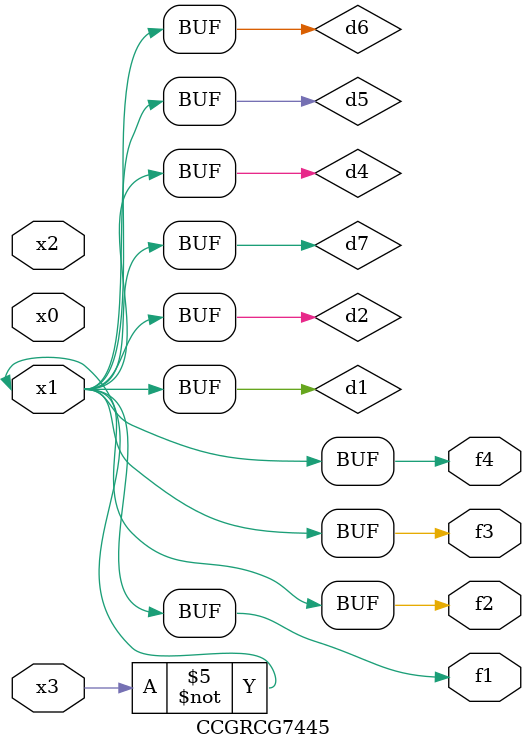
<source format=v>
module CCGRCG7445(
	input x0, x1, x2, x3,
	output f1, f2, f3, f4
);

	wire d1, d2, d3, d4, d5, d6, d7;

	not (d1, x3);
	buf (d2, x1);
	xnor (d3, d1, d2);
	nor (d4, d1);
	buf (d5, d1, d2);
	buf (d6, d4, d5);
	nand (d7, d4);
	assign f1 = d6;
	assign f2 = d7;
	assign f3 = d6;
	assign f4 = d6;
endmodule

</source>
